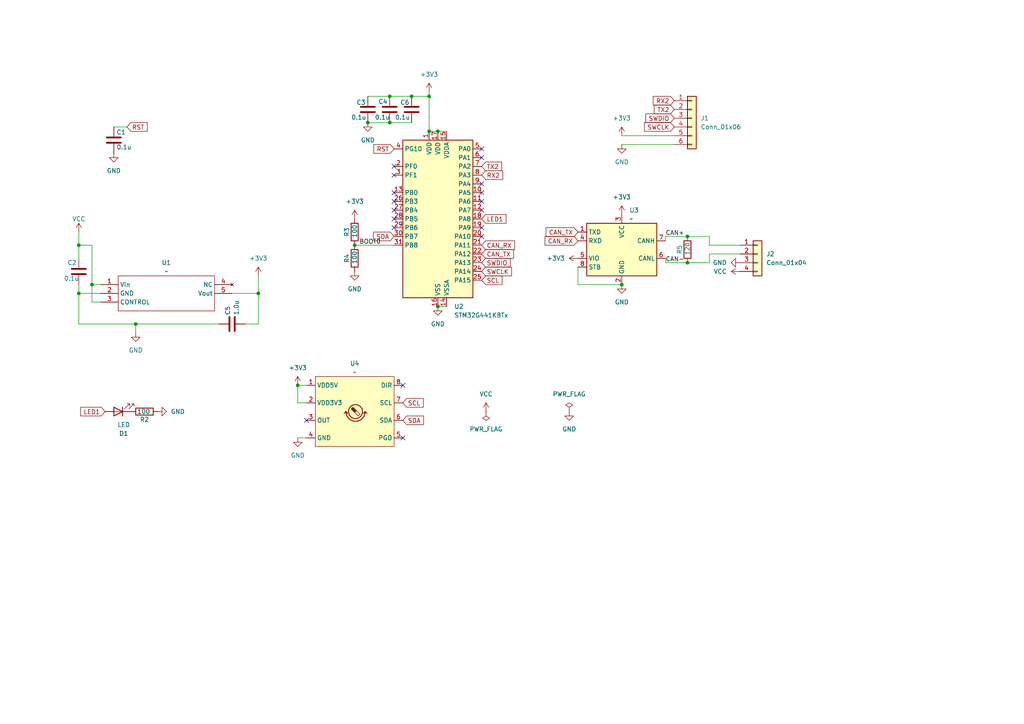
<source format=kicad_sch>
(kicad_sch (version 20231120) (generator "eeschema") (generator_version "8.0")
  (paper "A4")
  (title_block (title "AngleIndicator") (rev "0.0") (company "AIOLIA"))
  (lib_symbols
    (symbol "AIOLIA:AS5600"
      (property "Reference" "U" (at 0 4.318 0))
      (symbol "AS5600_0_1"
        (arc (start -2.54 0) (mid 0.254 -2.7819) (end 3.048 0) (stroke (width 0.254)))
        (polyline (pts (xy -2.54 0) (xy -3.048 -0.508)) (stroke (width 0.254)))
        (polyline (pts (xy -2.54 0) (xy -2.032 -0.508)) (stroke (width 0.254)))
        (polyline (pts (xy 3.048 0) (xy 2.54 -0.508)) (stroke (width 0.254)))
        (polyline (pts (xy 3.048 0) (xy 3.556 -0.508)) (stroke (width 0.254)))
      )
      (symbol "AS5600_1_1"
        (rectangle (start -11.43 10.16) (end 11.43 -10.16) (fill (type background)))
        (polyline (pts (xy 0.508 0.254) (xy 1.524 -0.762) (xy 1.016 -1.27) (xy 0 -0.254)))
        (polyline (pts (xy -0.508 1.27) (xy 0.508 0.254) (xy 0 -0.254) (xy -1.016 0.762) (xy -0.762 1.016) (xy -0.508 1.27) (xy -0.381 1.143)) (fill (type outline)))
        (circle (center 0.254 0) (radius 2.032) (stroke (width 0.254)))
        (pin power_in line (at -13.97 7.62 0) (length 2.54) (name "VDD5V") (number "1"))
        (pin power_in line (at -13.97 2.54 0) (length 2.54) (name "VDD3V3") (number "2"))
        (pin output line (at -13.97 -2.54 0) (length 2.54) (name "OUT") (number "3"))
        (pin power_in line (at -13.97 -7.62 0) (length 2.54) (name "GND") (number "4"))
        (pin bidirectional line (at 13.97 -7.62 180) (length 2.54) (name "PGO") (number "5"))
        (pin bidirectional line (at 13.97 -2.54 180) (length 2.54) (name "SDA") (number "6"))
        (pin bidirectional line (at 13.97 2.54 180) (length 2.54) (name "SCL") (number "7"))
        (pin input line (at 13.97 7.62 180) (length 2.54) (name "DIR") (number "8"))
      )
    )
    (symbol "AIOLIA:NJM2866F33"
      (property "Reference" "U" (at 0 0 0))
      (symbol "NJM2866F33_0_1"
        (polyline (pts (xy -13.97 5.08) (xy 13.97 5.08) (xy 13.97 -5.08) (xy -13.97 -5.08) (xy -13.97 5.08)) (stroke (width 0.1524)))
      )
      (symbol "NJM2866F33_1_0"
        (pin power_in line (at -19.05 2.54 0) (length 5.08) (name "Vin") (number "1"))
        (pin input line (at -19.05 0 0) (length 5.08) (name "GND") (number "2"))
        (pin input line (at -19.05 -2.54 0) (length 5.08) (name "CONTROL") (number "3"))
        (pin no_connect line (at 19.05 2.54 180) (length 5.08) (name "NC") (number "4"))
        (pin power_out line (at 19.05 0 180) (length 5.08) (name "Vout") (number "5"))
      )
    )
    (symbol "AIOLIA:TCAN3413DDR"
      (property "Reference" "U" (at 0 0 0))
      (symbol "TCAN3413DDR_0_1"
        (rectangle (start -10.16 7.62) (end 10.16 -7.62) (stroke (width 0.254)) (fill (type background)))
      )
      (symbol "TCAN3413DDR_1_1"
        (pin input line (at -12.7 5.08 0) (length 2.54) (name "TXD") (number "1"))
        (pin power_in line (at 0 -10.16 90) (length 2.54) (name "GND") (number "2"))
        (pin power_in line (at 0 10.16 270) (length 2.54) (name "VCC") (number "3"))
        (pin tri_state line (at -12.7 2.54 0) (length 2.54) (name "RXD") (number "4"))
        (pin power_in line (at -12.7 -2.54 0) (length 2.54) (name "VIO") (number "5"))
        (pin bidirectional line (at 12.7 -2.54 180) (length 2.54) (name "CANL") (number "6"))
        (pin bidirectional line (at 12.7 2.54 180) (length 2.54) (name "CANH") (number "7"))
        (pin input line (at -12.7 -5.08 0) (length 2.54) (name "STB") (number "8"))
      )
    )
    (symbol "Connector_Generic:Conn_01x04" (pin_names (offset 1.016) hide)
      (property "Reference" "J" (at 0 5.08 0))
      (property "Value" "Conn_01x04" (at 0 -7.62 0))
      (symbol "Conn_01x04_1_1"
        (rectangle (start -1.27 -4.953) (end 0 -5.207) (stroke (width 0.1524)))
        (rectangle (start -1.27 -2.413) (end 0 -2.667) (stroke (width 0.1524)))
        (rectangle (start -1.27 0.127) (end 0 -0.127) (stroke (width 0.1524)))
        (rectangle (start -1.27 2.667) (end 0 2.413) (stroke (width 0.1524)))
        (rectangle (start -1.27 3.81) (end 1.27 -6.35) (stroke (width 0.254)) (fill (type background)))
        (pin passive line (at -5.08 2.54 0) (length 3.81) (name "Pin_1") (number "1"))
        (pin passive line (at -5.08 0 0) (length 3.81) (name "Pin_2") (number "2"))
        (pin passive line (at -5.08 -2.54 0) (length 3.81) (name "Pin_3") (number "3"))
        (pin passive line (at -5.08 -5.08 0) (length 3.81) (name "Pin_4") (number "4"))
      )
    )
    (symbol "Connector_Generic:Conn_01x06" (pin_names (offset 1.016) hide)
      (property "Reference" "J" (at 0 7.62 0))
      (property "Value" "Conn_01x06" (at 0 -10.16 0))
      (symbol "Conn_01x06_1_1"
        (rectangle (start -1.27 -7.493) (end 0 -7.747) (stroke (width 0.1524)))
        (rectangle (start -1.27 -4.953) (end 0 -5.207) (stroke (width 0.1524)))
        (rectangle (start -1.27 -2.413) (end 0 -2.667) (stroke (width 0.1524)))
        (rectangle (start -1.27 0.127) (end 0 -0.127) (stroke (width 0.1524)))
        (rectangle (start -1.27 2.667) (end 0 2.413) (stroke (width 0.1524)))
        (rectangle (start -1.27 5.207) (end 0 4.953) (stroke (width 0.1524)))
        (rectangle (start -1.27 6.35) (end 1.27 -8.89) (stroke (width 0.254)) (fill (type background)))
        (pin passive line (at -5.08 5.08 0) (length 3.81) (name "Pin_1") (number "1"))
        (pin passive line (at -5.08 2.54 0) (length 3.81) (name "Pin_2") (number "2"))
        (pin passive line (at -5.08 0 0) (length 3.81) (name "Pin_3") (number "3"))
        (pin passive line (at -5.08 -2.54 0) (length 3.81) (name "Pin_4") (number "4"))
        (pin passive line (at -5.08 -5.08 0) (length 3.81) (name "Pin_5") (number "5"))
        (pin passive line (at -5.08 -7.62 0) (length 3.81) (name "Pin_6") (number "6"))
      )
    )
    (symbol "Device:C" (pin_numbers hide) (pin_names (offset 0.254))
      (property "Reference" "C" (at 0.635 2.54 0))
      (property "Value" "C" (at 0.635 -2.54 0))
      (symbol "C_0_1"
        (polyline (pts (xy -2.032 -0.762) (xy 2.032 -0.762)) (stroke (width 0.508)))
        (polyline (pts (xy -2.032 0.762) (xy 2.032 0.762)) (stroke (width 0.508)))
      )
      (symbol "C_1_1"
        (pin passive line (at 0 3.81 270) (length 2.794) (name "~") (number "1"))
        (pin passive line (at 0 -3.81 90) (length 2.794) (name "~") (number "2"))
      )
    )
    (symbol "Device:LED" (pin_numbers hide) (pin_names (offset 1.016) hide)
      (property "Reference" "D" (at 0 2.54 0))
      (property "Value" "LED" (at 0 -2.54 0))
      (symbol "LED_0_1"
        (polyline (pts (xy -1.27 -1.27) (xy -1.27 1.27)) (stroke (width 0.254)))
        (polyline (pts (xy -1.27 0) (xy 1.27 0)))
        (polyline (pts (xy 1.27 -1.27) (xy 1.27 1.27) (xy -1.27 0) (xy 1.27 -1.27)) (stroke (width 0.254)))
        (polyline (pts (xy -3.048 -0.762) (xy -4.572 -2.286) (xy -3.81 -2.286) (xy -4.572 -2.286) (xy -4.572 -1.524)))
        (polyline (pts (xy -1.778 -0.762) (xy -3.302 -2.286) (xy -2.54 -2.286) (xy -3.302 -2.286) (xy -3.302 -1.524)))
      )
      (symbol "LED_1_1"
        (pin passive line (at -3.81 0 0) (length 2.54) (name "K") (number "1"))
        (pin passive line (at 3.81 0 180) (length 2.54) (name "A") (number "2"))
      )
    )
    (symbol "Device:R" (pin_numbers hide) (pin_names (offset 0))
      (property "Reference" "R" (at 2.032 0 90))
      (property "Value" "R" (at 0 0 90))
      (symbol "R_0_1"
        (rectangle (start -1.016 -2.54) (end 1.016 2.54) (stroke (width 0.254)))
      )
      (symbol "R_1_1"
        (pin passive line (at 0 3.81 270) (length 1.27) (name "~") (number "1"))
        (pin passive line (at 0 -3.81 90) (length 1.27) (name "~") (number "2"))
      )
    )
    (symbol "GND_2" (power) (pin_numbers hide) (pin_names (offset 0) hide)
      (property "Value" "GND" (at 0 -3.81 0))
      (symbol "GND_2_0_1"
        (polyline (pts (xy 0 0) (xy 0 -1.27) (xy 1.27 -1.27) (xy 0 -2.54) (xy -1.27 -1.27) (xy 0 -1.27)))
      )
      (symbol "GND_2_1_1"
        (pin power_in line (at 0 0 270) (length 0) (name "~") (number "1"))
      )
    )
    (symbol "MCU_ST_STM32G4:STM32G441KBTx"
      (property "Reference" "U" (at -10.16 24.13 0))
      (property "Value" "STM32G441KBTx" (at 5.08 24.13 0))
      (symbol "STM32G441KBTx_0_1"
        (rectangle (start -10.16 -22.86) (end 10.16 22.86) (stroke (width 0.254)) (fill (type background)))
      )
      (symbol "STM32G441KBTx_1_1"
        (pin power_in line (at -2.54 25.4 270) (length 2.54) (name "VDD") (number "1"))
        (pin bidirectional line (at 12.7 7.62 180) (length 2.54) (name "PA5") (number "10"))
        (pin bidirectional line (at 12.7 5.08 180) (length 2.54) (name "PA6") (number "11"))
        (pin bidirectional line (at 12.7 2.54 180) (length 2.54) (name "PA7") (number "12"))
        (pin bidirectional line (at -12.7 7.62 0) (length 2.54) (name "PB0") (number "13"))
        (pin power_in line (at 2.54 -25.4 90) (length 2.54) (name "VSSA") (number "14"))
        (pin power_in line (at 2.54 25.4 270) (length 2.54) (name "VDDA") (number "15"))
        (pin power_in line (at 0 -25.4 90) (length 2.54) (name "VSS") (number "16"))
        (pin power_in line (at 0 25.4 270) (length 2.54) (name "VDD") (number "17"))
        (pin bidirectional line (at 12.7 0 180) (length 2.54) (name "PA8") (number "18"))
        (pin bidirectional line (at 12.7 -2.54 180) (length 2.54) (name "PA9") (number "19"))
        (pin bidirectional line (at -12.7 15.24 0) (length 2.54) (name "PF0") (number "2"))
        (pin bidirectional line (at 12.7 -5.08 180) (length 2.54) (name "PA10") (number "20"))
        (pin bidirectional line (at 12.7 -7.62 180) (length 2.54) (name "PA11") (number "21"))
        (pin bidirectional line (at 12.7 -10.16 180) (length 2.54) (name "PA12") (number "22"))
        (pin bidirectional line (at 12.7 -12.7 180) (length 2.54) (name "PA13") (number "23"))
        (pin bidirectional line (at 12.7 -15.24 180) (length 2.54) (name "PA14") (number "24"))
        (pin bidirectional line (at 12.7 -17.78 180) (length 2.54) (name "PA15") (number "25"))
        (pin bidirectional line (at -12.7 5.08 0) (length 2.54) (name "PB3") (number "26"))
        (pin bidirectional line (at -12.7 2.54 0) (length 2.54) (name "PB4") (number "27"))
        (pin bidirectional line (at -12.7 0 0) (length 2.54) (name "PB5") (number "28"))
        (pin bidirectional line (at -12.7 -2.54 0) (length 2.54) (name "PB6") (number "29"))
        (pin bidirectional line (at -12.7 12.7 0) (length 2.54) (name "PF1") (number "3"))
        (pin bidirectional line (at -12.7 -5.08 0) (length 2.54) (name "PB7") (number "30"))
        (pin bidirectional line (at -12.7 -7.62 0) (length 2.54) (name "PB8") (number "31"))
        (pin passive line (at 0 -25.4 90) (length 2.54) hide (name "VSS") (number "32"))
        (pin bidirectional line (at -12.7 20.32 0) (length 2.54) (name "PG10") (number "4"))
        (pin bidirectional line (at 12.7 20.32 180) (length 2.54) (name "PA0") (number "5"))
        (pin bidirectional line (at 12.7 17.78 180) (length 2.54) (name "PA1") (number "6"))
        (pin bidirectional line (at 12.7 15.24 180) (length 2.54) (name "PA2") (number "7"))
        (pin bidirectional line (at 12.7 12.7 180) (length 2.54) (name "PA3") (number "8"))
        (pin bidirectional line (at 12.7 10.16 180) (length 2.54) (name "PA4") (number "9"))
      )
    )
    (symbol "PWR_FLAG_2" (power) (pin_numbers hide) (pin_names (offset 0) hide)
      (property "Value" "PWR_FLAG" (at 0 3.81 0))
      (symbol "PWR_FLAG_2_0_0"
        (pin power_out line (at 0 0 90) (length 0) (name "~") (number "1"))
      )
      (symbol "PWR_FLAG_2_0_1"
        (polyline (pts (xy 0 0) (xy 0 1.27) (xy -1.016 1.905) (xy 0 2.54) (xy 1.016 1.905) (xy 0 1.27)))
      )
    )
    (symbol "VCC_1" (power) (pin_numbers hide) (pin_names (offset 0) hide)
      (property "Value" "VCC" (at 0 3.556 0))
      (symbol "VCC_1_0_1"
        (polyline (pts (xy -0.762 1.27) (xy 0 2.54)))
        (polyline (pts (xy 0 0) (xy 0 2.54)))
        (polyline (pts (xy 0 2.54) (xy 0.762 1.27)))
      )
      (symbol "VCC_1_1_1"
        (pin power_in line (at 0 0 90) (length 0) (name "~") (number "1"))
      )
    )
    (symbol "VCC_2" (power) (pin_numbers hide) (pin_names (offset 0) hide)
      (property "Value" "VCC" (at 0 3.556 0))
      (symbol "VCC_2_0_1"
        (polyline (pts (xy -0.762 1.27) (xy 0 2.54)))
        (polyline (pts (xy 0 0) (xy 0 2.54)))
        (polyline (pts (xy 0 2.54) (xy 0.762 1.27)))
      )
      (symbol "VCC_2_1_1"
        (pin power_in line (at 0 0 90) (length 0) (name "~") (number "1"))
      )
    )
    (symbol "power:+3.3V" (power) (pin_names (offset 0))
      (property "Value" "+3.3V" (at 0 3.556 0))
      (symbol "+3.3V_0_1"
        (polyline (pts (xy -0.762 1.27) (xy 0 2.54)))
        (polyline (pts (xy 0 0) (xy 0 2.54)))
        (polyline (pts (xy 0 2.54) (xy 0.762 1.27)))
      )
      (symbol "+3.3V_1_1"
        (pin power_in line (at 0 0 90) (length 0) hide (name "+3V3") (number "1"))
      )
    )
    (symbol "power:+3V3" (power) (pin_numbers hide) (pin_names (offset 0) hide)
      (property "Value" "+3V3" (at 0 3.556 0))
      (symbol "+3V3_0_1"
        (polyline (pts (xy -0.762 1.27) (xy 0 2.54)))
        (polyline (pts (xy 0 0) (xy 0 2.54)))
        (polyline (pts (xy 0 2.54) (xy 0.762 1.27)))
      )
      (symbol "+3V3_1_1"
        (pin power_in line (at 0 0 90) (length 0) (name "~") (number "1"))
      )
    )
    (symbol "power:GND" (power) (pin_numbers hide) (pin_names (offset 0) hide)
      (property "Value" "GND" (at 0 -3.81 0))
      (symbol "GND_0_1"
        (polyline (pts (xy 0 0) (xy 0 -1.27) (xy 1.27 -1.27) (xy 0 -2.54) (xy -1.27 -1.27) (xy 0 -1.27)))
      )
      (symbol "GND_1_1"
        (pin power_in line (at 0 0 270) (length 0) (name "~") (number "1"))
      )
    )
    (symbol "power:PWR_FLAG" (power) (pin_numbers hide) (pin_names (offset 0) hide)
      (property "Value" "PWR_FLAG" (at 0 3.81 0))
      (symbol "PWR_FLAG_0_0"
        (pin power_out line (at 0 0 90) (length 0) (name "~") (number "1"))
      )
      (symbol "PWR_FLAG_0_1"
        (polyline (pts (xy 0 0) (xy 0 1.27) (xy -1.016 1.905) (xy 0 2.54) (xy 1.016 1.905) (xy 0 1.27)))
      )
    )
    (symbol "power:VCC" (power) (pin_names (offset 0))
      (property "Value" "VCC" (at 0 3.81 0))
      (symbol "VCC_0_1"
        (polyline (pts (xy -0.762 1.27) (xy 0 2.54)))
        (polyline (pts (xy 0 0) (xy 0 2.54)))
        (polyline (pts (xy 0 2.54) (xy 0.762 1.27)))
      )
      (symbol "VCC_1_1"
        (pin power_in line (at 0 0 90) (length 0) hide (name "VCC") (number "1"))
      )
    )
  )
  (junction (at 113.03 35.56))
  (junction (at 26.67 82.55))
  (junction (at 127 38.1))
  (junction (at 127 88.9))
  (junction (at 180.34 82.55))
  (junction (at 22.86 85.09))
  (junction (at 199.39 68.58))
  (junction (at 124.46 27.94))
  (junction (at 102.87 71.12))
  (junction (at 86.36 111.76))
  (junction (at 113.03 27.94))
  (junction (at 124.46 38.1))
  (junction (at 74.93 85.09))
  (junction (at 22.86 71.12))
  (junction (at 119.38 27.94))
  (junction (at 199.39 76.2))
  (junction (at 106.68 35.56))
  (junction (at 39.37 93.98))
  (no_connect (at 114.3 60.96))
  (no_connect (at 114.3 58.42))
  (no_connect (at 139.7 53.34))
  (no_connect (at 116.84 127))
  (no_connect (at 114.3 63.5))
  (no_connect (at 114.3 48.26))
  (no_connect (at 139.7 68.58))
  (no_connect (at 139.7 45.72))
  (no_connect (at 88.9 121.92))
  (no_connect (at 139.7 58.42))
  (no_connect (at 139.7 66.04))
  (no_connect (at 114.3 66.04))
  (no_connect (at 139.7 43.18))
  (no_connect (at 116.84 111.76))
  (no_connect (at 139.7 60.96))
  (no_connect (at 114.3 50.8))
  (no_connect (at 139.7 55.88))
  (no_connect (at 114.3 55.88))
  (wire (pts (xy 193.04 74.93) (xy 193.04 76.2)))
  (wire (pts (xy 22.86 85.09) (xy 22.86 93.98)))
  (wire (pts (xy 67.31 85.09) (xy 74.93 85.09)))
  (wire (pts (xy 119.38 27.94) (xy 124.46 27.94)))
  (wire (pts (xy 63.5 93.98) (xy 39.37 93.98)))
  (wire (pts (xy 29.21 87.63) (xy 26.67 87.63)))
  (wire (pts (xy 124.46 27.94) (xy 124.46 38.1)))
  (wire (pts (xy 205.74 68.58) (xy 199.39 68.58)))
  (wire (pts (xy 193.04 68.58) (xy 199.39 68.58)))
  (wire (pts (xy 86.36 116.84) (xy 86.36 111.76)))
  (wire (pts (xy 127 38.1) (xy 129.54 38.1)))
  (wire (pts (xy 36.83 36.83) (xy 33.02 36.83)))
  (wire (pts (xy 74.93 93.98) (xy 71.12 93.98)))
  (wire (pts (xy 113.03 35.56) (xy 119.38 35.56)))
  (wire (pts (xy 167.64 82.55) (xy 180.34 82.55)))
  (wire (pts (xy 74.93 80.01) (xy 74.93 85.09)))
  (wire (pts (xy 26.67 87.63) (xy 26.67 82.55)))
  (wire (pts (xy 88.9 116.84) (xy 86.36 116.84)))
  (wire (pts (xy 39.37 96.52) (xy 39.37 93.98)))
  (wire (pts (xy 205.74 71.12) (xy 205.74 68.58)))
  (wire (pts (xy 113.03 27.94) (xy 119.38 27.94)))
  (wire (pts (xy 180.34 39.37) (xy 195.58 39.37)))
  (wire (pts (xy 26.67 71.12) (xy 26.67 82.55)))
  (wire (pts (xy 22.86 93.98) (xy 39.37 93.98)))
  (wire (pts (xy 167.64 77.47) (xy 167.64 82.55)))
  (wire (pts (xy 180.34 41.91) (xy 195.58 41.91)))
  (wire (pts (xy 74.93 85.09) (xy 74.93 93.98)))
  (wire (pts (xy 22.86 67.31) (xy 22.86 71.12)))
  (wire (pts (xy 199.39 76.2) (xy 205.74 76.2)))
  (wire (pts (xy 214.63 71.12) (xy 205.74 71.12)))
  (wire (pts (xy 127 88.9) (xy 129.54 88.9)))
  (wire (pts (xy 22.86 82.55) (xy 22.86 85.09)))
  (wire (pts (xy 205.74 73.66) (xy 205.74 76.2)))
  (wire (pts (xy 193.04 69.85) (xy 193.04 68.58)))
  (wire (pts (xy 106.68 35.56) (xy 113.03 35.56)))
  (wire (pts (xy 22.86 71.12) (xy 26.67 71.12)))
  (wire (pts (xy 22.86 74.93) (xy 22.86 71.12)))
  (wire (pts (xy 86.36 111.76) (xy 88.9 111.76)))
  (wire (pts (xy 124.46 26.67) (xy 124.46 27.94)))
  (wire (pts (xy 124.46 38.1) (xy 127 38.1)))
  (wire (pts (xy 214.63 73.66) (xy 205.74 73.66)))
  (wire (pts (xy 86.36 127) (xy 88.9 127)))
  (wire (pts (xy 26.67 82.55) (xy 29.21 82.55)))
  (wire (pts (xy 102.87 71.12) (xy 114.3 71.12)))
  (wire (pts (xy 193.04 76.2) (xy 199.39 76.2)))
  (wire (pts (xy 22.86 85.09) (xy 29.21 85.09)))
  (wire (pts (xy 106.68 27.94) (xy 113.03 27.94)))
  (label "BOOT0" (at 110.49 71.12 180))
  (label "CAN+" (at 193.04 68.58 0))
  (label "CAN-" (at 193.04 76.2 0))
  (global_label "CAN_TX" (shape input) (at 167.64 67.31 180) (property "Intersheetrefs" "${INTERSHEET_REFS}" (effects (hide yes))))
  (global_label "CAN_RX" (shape input) (at 139.7 71.12 0) (property "Intersheetrefs" "${INTERSHEET_REFS}" (effects (hide yes))))
  (global_label "CAN_RX" (shape input) (at 167.64 69.85 180) (property "Intersheetrefs" "${INTERSHEET_REFS}" (effects (hide yes))))
  (global_label "RST" (shape input) (at 36.83 36.83 0) (property "Intersheetrefs" "${INTERSHEET_REFS}" (effects (hide yes))))
  (global_label "SDA" (shape input) (at 116.84 121.92 0) (property "Intersheetrefs" "${INTERSHEET_REFS}" (effects (hide yes))))
  (global_label "SCL" (shape input) (at 116.84 116.84 0) (property "Intersheetrefs" "${INTERSHEET_REFS}" (effects (hide yes))))
  (global_label "RX2" (shape input) (at 195.58 29.21 180) (property "Intersheetrefs" "${INTERSHEET_REFS}" (effects (hide yes))))
  (global_label "CAN_TX" (shape input) (at 139.7 73.66 0) (property "Intersheetrefs" "${INTERSHEET_REFS}" (effects (hide yes))))
  (global_label "LED1" (shape input) (at 30.48 119.38 180) (property "Intersheetrefs" "${INTERSHEET_REFS}" (effects (hide yes))))
  (global_label "SWCLK" (shape input) (at 195.58 36.83 180) (property "Intersheetrefs" "${INTERSHEET_REFS}" (effects (hide yes))))
  (global_label "RX2" (shape input) (at 139.7 50.8 0) (property "Intersheetrefs" "${INTERSHEET_REFS}" (effects (hide yes))))
  (global_label "SDA" (shape input) (at 114.3 68.58 180) (property "Intersheetrefs" "${INTERSHEET_REFS}" (effects (hide yes))))
  (global_label "LED1" (shape input) (at 139.7 63.5 0) (property "Intersheetrefs" "${INTERSHEET_REFS}" (effects (hide yes))))
  (global_label "SWCLK" (shape input) (at 139.7 78.74 0) (property "Intersheetrefs" "${INTERSHEET_REFS}" (effects (hide yes))))
  (global_label "SWDIO" (shape input) (at 139.7 76.2 0) (property "Intersheetrefs" "${INTERSHEET_REFS}" (effects (hide yes))))
  (global_label "TX2" (shape input) (at 195.58 31.75 180) (property "Intersheetrefs" "${INTERSHEET_REFS}" (effects (hide yes))))
  (global_label "SWDIO" (shape input) (at 195.58 34.29 180) (property "Intersheetrefs" "${INTERSHEET_REFS}" (effects (hide yes))))
  (global_label "TX2" (shape input) (at 139.7 48.26 0) (property "Intersheetrefs" "${INTERSHEET_REFS}" (effects (hide yes))))
  (global_label "SCL" (shape input) (at 139.7 81.28 0) (property "Intersheetrefs" "${INTERSHEET_REFS}" (effects (hide yes))))
  (global_label "RST" (shape input) (at 114.3 43.18 180) (property "Intersheetrefs" "${INTERSHEET_REFS}" (effects (hide yes))))
  (symbol (lib_id "Device:C") (at 113.03 31.75 0) (unit 1)
    (property "Reference" "C4" (at 109.728 29.464 0) (effects (justify left)))
    (property "Value" "0.1u" (at 108.712 34.036 0) (effects (justify left)))
    (property "Footprint" "Capacitor_SMD:C_0603_1608Metric_Pad1.08x0.95mm_HandSolder" (effects (hide yes)))
  )
  (symbol (lib_id "AIOLIA:AS5600") (at 102.87 119.38 0) (unit 1)
    (property "Reference" "U4" (at 102.87 105.41 0))
    (property "Value" "~" (at 102.87 107.95 0))
    (property "Footprint" "Package_SO:SOIC-8_3.9x4.9mm_P1.27mm" (effects (hide yes)))
    (property "Datasheet" "https://ams.com/documents/20143/36005/AS5600_DS000365_5-00.pdf" (effects (hide yes)))
    (property "Description" "12-Bit Programmable Contactless Potentiometer" (effects (hide yes)))
  )
  (symbol (lib_id "MCU_ST_STM32G4:STM32G441KBTx") (at 127 63.5 0) (unit 1)
    (property "Reference" "U2" (at 131.7341 88.9 0) (effects (justify left)))
    (property "Value" "STM32G441KBTx" (at 131.7341 91.44 0) (effects (justify left)))
    (property "Footprint" "Package_QFP:LQFP-32_7x7mm_P0.8mm" (effects (hide yes)))
    (property "Datasheet" "https://www.st.com/resource/en/datasheet/stm32g441kb.pdf" (effects (hide yes)))
    (property "Description" "STMicroelectronics Arm Cortex-M4 MCU, 128KB flash, 32KB RAM, 170 MHz, 1.71-3.6V, 26 GPIO, LQFP32" (effects (hide yes)))
  )
  (symbol (lib_id "Device:R") (at 102.87 74.93 180) (unit 1)
    (property "Reference" "R4" (at 100.584 74.93 90))
    (property "Value" "100" (at 102.87 74.676 90))
    (property "Footprint" "Resistor_SMD:R_0603_1608Metric_Pad0.98x0.95mm_HandSolder" (effects (hide yes)))
  )
  (symbol (lib_id "power:+3V3") (at 180.34 62.23 0) (unit 1)
    (property "Reference" "#PWR016" (effects (hide yes)))
    (property "Value" "+3V3" (at 180.34 57.15 0))
    (property "Description" "Power symbol creates a global label with name \"+3V3\"" (effects (hide yes)))
  )
  (symbol (lib_id "Connector_Generic:Conn_01x04") (at 219.71 73.66 0) (unit 1)
    (property "Reference" "J2" (at 222.25 73.6599 0) (effects (justify left)))
    (property "Value" "Conn_01x04" (at 222.25 76.1999 0) (effects (justify left)))
    (property "Footprint" "Connector_JST:JST_PH_B4B-PH-SM4-TB_1x04-1MP_P2.00mm_Vertical" (effects (hide yes)))
    (property "Description" "Generic connector, single row, 01x04, script generated (kicad-library-utils/schlib/autogen/connector/)" (effects (hide yes)))
  )
  (symbol (lib_name "VCC_1") (lib_id "power:VCC") (at 140.97 119.38 0) (unit 1)
    (property "Reference" "#PWR011" (effects (hide yes)))
    (property "Value" "VCC" (at 140.97 114.3 0))
    (property "Description" "Power symbol creates a global label with name \"VCC\"" (effects (hide yes)))
  )
  (symbol (lib_id "Device:C") (at 22.86 78.74 0) (unit 1)
    (property "Reference" "C2" (at 19.558 76.2 0) (effects (justify left)))
    (property "Value" "0.1u" (at 18.542 80.772 0) (effects (justify left)))
    (property "Footprint" "Capacitor_SMD:C_0603_1608Metric_Pad1.08x0.95mm_HandSolder" (effects (hide yes)))
  )
  (symbol (lib_id "Device:C") (at 67.31 93.98 90) (unit 1)
    (property "Reference" "C5" (at 66.04 91.44 0) (effects (justify left)))
    (property "Value" "1.0u" (at 68.58 91.44 0) (effects (justify left)))
    (property "Footprint" "Capacitor_SMD:C_0603_1608Metric_Pad1.08x0.95mm_HandSolder" (effects (hide yes)))
  )
  (symbol (lib_id "power:GND") (at 127 88.9 0) (unit 1)
    (property "Reference" "#PWR010" (effects (hide yes)))
    (property "Value" "GND" (at 127 93.98 0))
    (property "Description" "Power symbol creates a global label with name \"GND\" , ground" (effects (hide yes)))
  )
  (symbol (lib_id "power:+3V3") (at 102.87 63.5 0) (unit 1)
    (property "Reference" "#PWR05" (effects (hide yes)))
    (property "Value" "+3V3" (at 102.87 58.42 0))
    (property "Description" "Power symbol creates a global label with name \"+3V3\"" (effects (hide yes)))
  )
  (symbol (lib_id "Connector_Generic:Conn_01x06") (at 200.66 34.29 0) (unit 1)
    (property "Reference" "J1" (at 203.2 34.2899 0) (effects (justify left)))
    (property "Value" "Conn_01x06" (at 203.2 36.8299 0) (effects (justify left)))
    (property "Footprint" "Connector_JST:JST_ZH_B6B-ZR_1x06_P1.50mm_Vertical" (effects (hide yes)))
    (property "Description" "Generic connector, single row, 01x06, script generated (kicad-library-utils/schlib/autogen/connector/)" (effects (hide yes)))
  )
  (symbol (lib_id "Device:C") (at 33.02 40.64 0) (unit 1)
    (property "Reference" "C1" (at 33.782 38.354 0) (effects (justify left)))
    (property "Value" "0.1u" (at 33.782 42.672 0) (effects (justify left)))
    (property "Footprint" "Capacitor_SMD:C_0603_1608Metric_Pad1.08x0.95mm_HandSolder" (effects (hide yes)))
  )
  (symbol (lib_name "VCC_2") (lib_id "power:VCC") (at 214.63 78.74 90) (unit 1)
    (property "Reference" "#PWR019" (effects (hide yes)))
    (property "Value" "VCC" (at 210.82 78.7399 90) (effects (justify left)))
    (property "Description" "Power symbol creates a global label with name \"VCC\"" (effects (hide yes)))
  )
  (symbol (lib_id "power:+3.3V") (at 74.93 80.01 0) (unit 1)
    (property "Reference" "#PWR08" (effects (hide yes)))
    (property "Value" "+3V3" (at 74.93 74.93 0))
  )
  (symbol (lib_name "PWR_FLAG_2") (lib_id "power:PWR_FLAG") (at 165.1 119.38 0) (unit 1)
    (property "Reference" "#FLG02" (effects (hide yes)))
    (property "Value" "PWR_FLAG" (at 165.1 114.3 0))
    (property "Description" "Special symbol for telling ERC where power comes from" (effects (hide yes)))
  )
  (symbol (lib_id "power:+3V3") (at 167.64 74.93 90) (unit 1)
    (property "Reference" "#PWR013" (effects (hide yes)))
    (property "Value" "+3V3" (at 163.83 74.9299 90) (effects (justify left)))
    (property "Description" "Power symbol creates a global label with name \"+3V3\"" (effects (hide yes)))
  )
  (symbol (lib_id "AIOLIA:TCAN3413DDR") (at 180.34 72.39 0) (unit 1)
    (property "Reference" "U3" (at 182.5341 60.96 0) (effects (justify left)))
    (property "Value" "~" (at 182.5341 63.5 0) (effects (justify left)))
    (property "Footprint" "Package_TO_SOT_SMD:SOT-23-8_Handsoldering" (effects (hide yes)))
  )
  (symbol (lib_id "Device:C") (at 119.38 31.75 0) (unit 1)
    (property "Reference" "C6" (at 116.078 29.718 0) (effects (justify left)))
    (property "Value" "0.1u" (at 114.554 34.036 0) (effects (justify left)))
    (property "Footprint" "Capacitor_SMD:C_0603_1608Metric_Pad1.08x0.95mm_HandSolder" (effects (hide yes)))
  )
  (symbol (lib_id "power:GND") (at 214.63 76.2 270) (unit 1)
    (property "Reference" "#PWR018" (effects (hide yes)))
    (property "Value" "GND" (at 210.82 76.1999 90) (effects (justify right)))
    (property "Description" "Power symbol creates a global label with name \"GND\" , ground" (effects (hide yes)))
  )
  (symbol (lib_id "Device:LED") (at 34.29 119.38 180) (unit 1)
    (property "Reference" "D1" (at 35.8775 125.73 0))
    (property "Value" "LED" (at 35.8775 123.19 0))
    (property "Footprint" "Diode_SMD:D_0603_1608Metric_Pad1.05x0.95mm_HandSolder" (effects (hide yes)))
  )
  (symbol (lib_id "power:PWR_FLAG") (at 140.97 119.38 180) (unit 1)
    (property "Reference" "#FLG01" (effects (hide yes)))
    (property "Value" "PWR_FLAG" (at 140.97 124.46 0))
    (property "Description" "Special symbol for telling ERC where power comes from" (effects (hide yes)))
  )
  (symbol (lib_name "GND_2") (lib_id "power:GND") (at 45.72 119.38 90) (unit 1)
    (property "Reference" "#PWR02" (effects (hide yes)))
    (property "Value" "GND" (at 49.53 119.3801 90) (effects (justify right)))
  )
  (symbol (lib_id "power:GND") (at 33.02 44.45 0) (mirror y) (unit 1)
    (property "Reference" "#PWR01" (effects (hide yes)))
    (property "Value" "GND" (at 33.02 49.53 0))
    (property "Description" "Power symbol creates a global label with name \"GND\" , ground" (effects (hide yes)))
  )
  (symbol (lib_id "Device:R") (at 199.39 72.39 180) (unit 1)
    (property "Reference" "R5" (at 197.104 72.39 90))
    (property "Value" "120" (at 199.39 72.136 90))
    (property "Footprint" "Resistor_SMD:R_0603_1608Metric_Pad0.98x0.95mm_HandSolder" (effects (hide yes)))
  )
  (symbol (lib_id "power:GND") (at 180.34 41.91 0) (unit 1)
    (property "Reference" "#PWR015" (effects (hide yes)))
    (property "Value" "GND" (at 180.34 46.99 0))
    (property "Description" "Power symbol creates a global label with name \"GND\" , ground" (effects (hide yes)))
  )
  (symbol (lib_id "AIOLIA:NJM2866F33") (at 48.26 85.09 0) (unit 1)
    (property "Reference" "U1" (at 48.26 76.2 0))
    (property "Value" "~" (at 48.26 78.74 0))
    (property "Footprint" "AIOLIA:SOT95P280X130-5N" (effects (hide yes)))
    (property "Datasheet" "https://akizukidenshi.com/goodsaffix/NJM2865_NJM2866_J.pdf" (effects (hide yes)))
    (property "Description" "Ultra Low Noise Low Dropout Voltage Regulator, SOT-23-5" (effects (hide yes)))
  )
  (symbol (lib_id "power:GND") (at 86.36 127 0) (unit 1)
    (property "Reference" "#PWR020" (effects (hide yes)))
    (property "Value" "GND" (at 86.36 132.08 0))
    (property "Description" "Power symbol creates a global label with name \"GND\" , ground" (effects (hide yes)))
  )
  (symbol (lib_id "power:+3V3") (at 124.46 26.67 0) (unit 1)
    (property "Reference" "#PWR09" (effects (hide yes)))
    (property "Value" "+3V3" (at 124.46 21.59 0))
    (property "Description" "Power symbol creates a global label with name \"+3V3\"" (effects (hide yes)))
  )
  (symbol (lib_id "Device:R") (at 102.87 67.31 180) (unit 1)
    (property "Reference" "R3" (at 100.584 67.31 90))
    (property "Value" "100" (at 102.87 67.056 90))
    (property "Footprint" "Resistor_SMD:R_0603_1608Metric_Pad0.98x0.95mm_HandSolder" (effects (hide yes)))
  )
  (symbol (lib_id "power:GND") (at 102.87 78.74 0) (unit 1)
    (property "Reference" "#PWR06" (effects (hide yes)))
    (property "Value" "GND" (at 102.87 83.82 0))
    (property "Description" "Power symbol creates a global label with name \"GND\" , ground" (effects (hide yes)))
  )
  (symbol (lib_id "power:+3V3") (at 86.36 111.76 0) (unit 1)
    (property "Reference" "#PWR021" (effects (hide yes)))
    (property "Value" "+3V3" (at 86.36 106.68 0))
    (property "Description" "Power symbol creates a global label with name \"+3V3\"" (effects (hide yes)))
  )
  (symbol (lib_id "power:VCC") (at 22.86 67.31 0) (unit 1)
    (property "Reference" "#PWR03" (effects (hide yes)))
    (property "Value" "VCC" (at 22.86 63.5 0))
  )
  (symbol (lib_id "Device:R") (at 41.91 119.38 270) (unit 1)
    (property "Reference" "R2" (at 41.91 121.666 90))
    (property "Value" "100" (at 41.656 119.38 90))
    (property "Footprint" "Resistor_SMD:R_0603_1608Metric_Pad0.98x0.95mm_HandSolder" (effects (hide yes)))
  )
  (symbol (lib_id "power:GND") (at 39.37 96.52 0) (unit 1)
    (property "Reference" "#PWR04" (effects (hide yes)))
    (property "Value" "GND" (at 39.37 101.6 0))
  )
  (symbol (lib_id "power:GND") (at 106.68 35.56 0) (unit 1)
    (property "Reference" "#PWR07" (effects (hide yes)))
    (property "Value" "GND" (at 106.68 40.64 0))
    (property "Description" "Power symbol creates a global label with name \"GND\" , ground" (effects (hide yes)))
  )
  (symbol (lib_id "Device:C") (at 106.68 31.75 0) (unit 1)
    (property "Reference" "C3" (at 103.378 29.718 0) (effects (justify left)))
    (property "Value" "0.1u" (at 101.854 34.036 0) (effects (justify left)))
    (property "Footprint" "Capacitor_SMD:C_0603_1608Metric_Pad1.08x0.95mm_HandSolder" (effects (hide yes)))
  )
  (symbol (lib_id "power:GND") (at 180.34 82.55 0) (unit 1)
    (property "Reference" "#PWR017" (effects (hide yes)))
    (property "Value" "GND" (at 180.34 87.63 0))
    (property "Description" "Power symbol creates a global label with name \"GND\" , ground" (effects (hide yes)))
  )
  (symbol (lib_id "power:+3V3") (at 180.34 39.37 0) (unit 1)
    (property "Reference" "#PWR014" (effects (hide yes)))
    (property "Value" "+3V3" (at 180.34 34.29 0))
    (property "Description" "Power symbol creates a global label with name \"+3V3\"" (effects (hide yes)))
  )
  (symbol (lib_id "power:GND") (at 165.1 119.38 0) (unit 1)
    (property "Reference" "#PWR012" (effects (hide yes)))
    (property "Value" "GND" (at 165.1 124.46 0))
    (property "Description" "Power symbol creates a global label with name \"GND\" , ground" (effects (hide yes)))
  )
)
</source>
